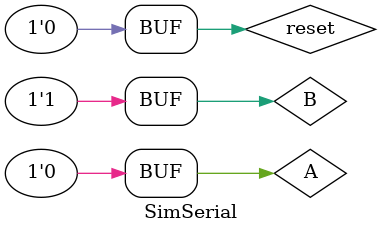
<source format=v>
`timescale 1ns / 1ps

module SimSerial();
reg A;
reg B;
reg reset;
wire less;
wire equal;
wire greater;

initial
begin

// testing for A=110 and B=100
// expecting one equal and infinite greater
// reset the circuitry
reset <= 1;
#10
reset <= 0;
// assign values, at 10ns intervals
A <= 1;
B <= 1;
#10
A <= 1;
B <= 0;
#10
A <= 0;
B <= 0;
// testing for A=1110011 and B=1111000
// expecting three equal and infinite less
// reset the circuitry
reset <= 1;
#10
reset <= 0;
// assign values, at 10ns intervals
A <= 1;
B <= 1;
#10
A <= 1;
B <= 1;
#10
A <= 1;
B <= 1;
#10
A <= 0;
B <= 1;
#10
A <= 0;
B <= 0;
#10
A <= 1;
B <= 0;
#10
A <= 1;
B <= 0;
// testing for A=00110 and B=00111
// expecting three equal and infinite less
// reset the circuitry
reset <= 1;
#10
reset <= 0;
// assign values, at 10ns intervals
A <= 0;
B <= 0;
#10
A <= 0;
B <= 0;
#10
A <= 1;
B <= 1;
#10
A <= 1;
B <= 1;
#10
A <= 0;
B <= 1;
end

Serial S(
    .A(A),
    .B(B),
    .reset(reset),
    .less(less),
    .equal(equal),
    .greater(greater)
);
endmodule

</source>
